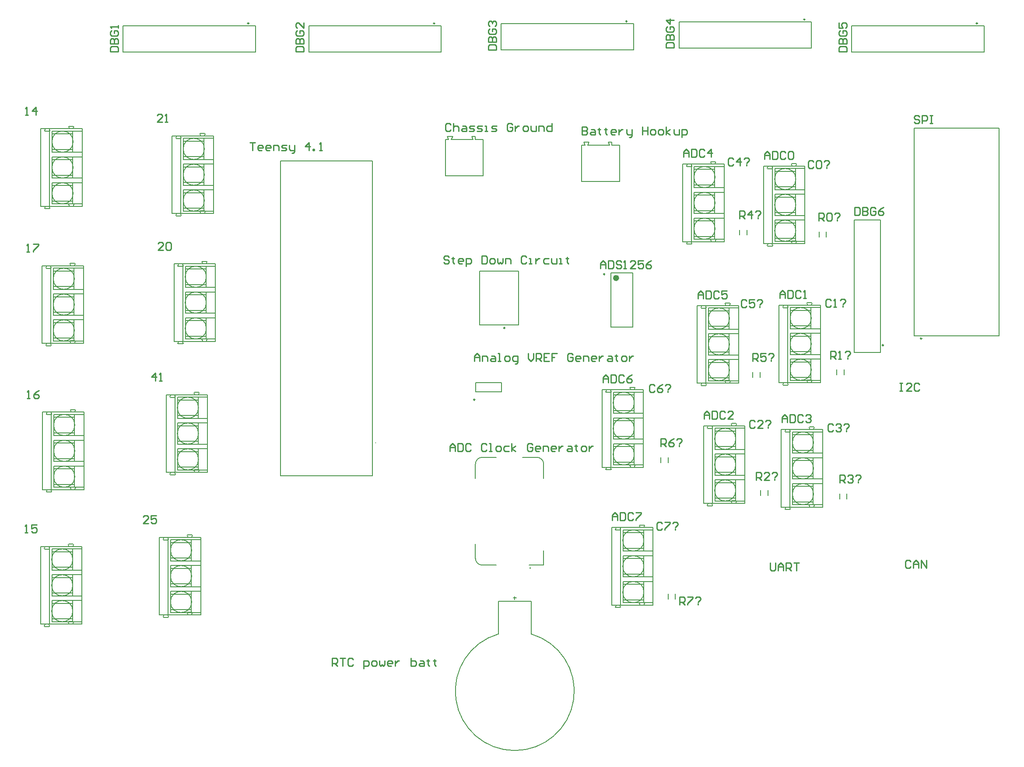
<source format=gto>
G04*
G04 #@! TF.GenerationSoftware,Altium Limited,Altium Designer,25.8.1 (18)*
G04*
G04 Layer_Color=65535*
%FSLAX44Y44*%
%MOMM*%
G71*
G04*
G04 #@! TF.SameCoordinates,B6236AAD-9B2A-438F-8993-29755F72C1A3*
G04*
G04*
G04 #@! TF.FilePolarity,Positive*
G04*
G01*
G75*
%ADD10C,0.1270*%
%ADD11C,0.2000*%
%ADD12C,0.2500*%
%ADD13C,0.6000*%
%ADD14C,0.2540*%
D10*
X1009890Y631350D02*
G03*
X996990Y618450I0J-12900D01*
G01*
X1128990D02*
G03*
X1116090Y631350I-12900J0D01*
G01*
X996990Y435650D02*
G03*
X1009890Y422750I12900J0D01*
G01*
X1009990Y631350D02*
X1037590D01*
X996990Y590550D02*
Y618550D01*
X1088390Y631350D02*
X1115990D01*
X1128990Y590550D02*
Y618550D01*
Y422750D02*
Y450850D01*
X1101090Y422750D02*
X1128990D01*
X1009990D02*
X1037590D01*
X996990Y435550D02*
Y463550D01*
D11*
X1103990Y417050D02*
G03*
X1103990Y417050I-1000J0D01*
G01*
X1041400Y289280D02*
G03*
X1104900Y289280I31750J-110582D01*
G01*
X803860Y659130D02*
G03*
X803860Y660130I0J500D01*
G01*
D02*
G03*
X803860Y659130I0J-500D01*
G01*
D02*
G03*
X803860Y660130I0J500D01*
G01*
X1616890Y1170140D02*
G03*
X1616890Y1170140I-20500J0D01*
G01*
Y1120140D02*
G03*
X1616890Y1120140I-20500J0D01*
G01*
Y1070140D02*
G03*
X1616890Y1070140I-20500J0D01*
G01*
X1608358Y1045140D02*
G03*
X1609224Y1046640I0J1000D01*
G01*
X1608935Y1050140D02*
G03*
X1608069Y1048640I0J-1000D01*
G01*
X1618411D02*
G03*
X1617545Y1050140I-866J500D01*
G01*
X1617256Y1046640D02*
G03*
X1618122Y1045140I866J-500D01*
G01*
X1618411Y1198640D02*
G03*
X1617545Y1200140I-866J500D01*
G01*
X1608935D02*
G03*
X1608069Y1198640I0J-1000D01*
G01*
X1561719Y1191640D02*
G03*
X1562585Y1190140I866J-500D01*
G01*
X1562874Y1193640D02*
G03*
X1562008Y1195140I-866J500D01*
G01*
X1571772D02*
G03*
X1570906Y1193640I0J-1000D01*
G01*
X1571195Y1190140D02*
G03*
X1572061Y1191640I0J1000D01*
G01*
X1571195Y1040140D02*
G03*
X1572061Y1041640I0J1000D01*
G01*
X1561719D02*
G03*
X1562585Y1040140I866J-500D01*
G01*
X1646830Y900900D02*
G03*
X1646830Y900900I-20500J0D01*
G01*
Y850900D02*
G03*
X1646830Y850900I-20500J0D01*
G01*
Y800900D02*
G03*
X1646830Y800900I-20500J0D01*
G01*
X1638298Y775900D02*
G03*
X1639164Y777400I0J1000D01*
G01*
X1638875Y780900D02*
G03*
X1638009Y779400I0J-1000D01*
G01*
X1648351D02*
G03*
X1647485Y780900I-866J500D01*
G01*
X1647196Y777400D02*
G03*
X1648062Y775900I866J-500D01*
G01*
X1648351Y929400D02*
G03*
X1647485Y930900I-866J500D01*
G01*
X1638875D02*
G03*
X1638009Y929400I0J-1000D01*
G01*
X1591659Y922400D02*
G03*
X1592525Y920900I866J-500D01*
G01*
X1592814Y924400D02*
G03*
X1591948Y925900I-866J500D01*
G01*
X1601712D02*
G03*
X1600846Y924400I0J-1000D01*
G01*
X1601135Y920900D02*
G03*
X1602001Y922400I0J1000D01*
G01*
X1601135Y770900D02*
G03*
X1602001Y772400I0J1000D01*
G01*
X1591659D02*
G03*
X1592525Y770900I866J-500D01*
G01*
X1500780Y667220D02*
G03*
X1500780Y667220I-20500J0D01*
G01*
Y617220D02*
G03*
X1500780Y617220I-20500J0D01*
G01*
Y567220D02*
G03*
X1500780Y567220I-20500J0D01*
G01*
X1492248Y542220D02*
G03*
X1493114Y543720I0J1000D01*
G01*
X1492825Y547220D02*
G03*
X1491959Y545720I0J-1000D01*
G01*
X1502301D02*
G03*
X1501435Y547220I-866J500D01*
G01*
X1501146Y543720D02*
G03*
X1502012Y542220I866J-500D01*
G01*
X1502301Y695720D02*
G03*
X1501435Y697220I-866J500D01*
G01*
X1492825D02*
G03*
X1491959Y695720I0J-1000D01*
G01*
X1445609Y688720D02*
G03*
X1446475Y687220I866J-500D01*
G01*
X1446764Y690720D02*
G03*
X1445898Y692220I-866J500D01*
G01*
X1455662D02*
G03*
X1454796Y690720I0J-1000D01*
G01*
X1455085Y687220D02*
G03*
X1455951Y688720I0J1000D01*
G01*
X1455085Y537220D02*
G03*
X1455951Y538720I0J1000D01*
G01*
X1445609D02*
G03*
X1446475Y537220I866J-500D01*
G01*
X1651180Y660070D02*
G03*
X1651180Y660070I-20500J0D01*
G01*
Y610070D02*
G03*
X1651180Y610070I-20500J0D01*
G01*
Y560070D02*
G03*
X1651180Y560070I-20500J0D01*
G01*
X1642648Y535070D02*
G03*
X1643514Y536570I0J1000D01*
G01*
X1643225Y540070D02*
G03*
X1642359Y538570I0J-1000D01*
G01*
X1652701D02*
G03*
X1651835Y540070I-866J500D01*
G01*
X1651546Y536570D02*
G03*
X1652412Y535070I866J-500D01*
G01*
X1652701Y688570D02*
G03*
X1651835Y690070I-866J500D01*
G01*
X1643225D02*
G03*
X1642359Y688570I0J-1000D01*
G01*
X1596009Y681570D02*
G03*
X1596875Y680070I866J-500D01*
G01*
X1597164Y683570D02*
G03*
X1596298Y685070I-866J500D01*
G01*
X1606062D02*
G03*
X1605196Y683570I0J-1000D01*
G01*
X1605485Y680070D02*
G03*
X1606351Y681570I0J1000D01*
G01*
X1605485Y530070D02*
G03*
X1606351Y531570I0J1000D01*
G01*
X1596009D02*
G03*
X1596875Y530070I866J-500D01*
G01*
X1460680Y1173950D02*
G03*
X1460680Y1173950I-20500J0D01*
G01*
Y1123950D02*
G03*
X1460680Y1123950I-20500J0D01*
G01*
Y1073950D02*
G03*
X1460680Y1073950I-20500J0D01*
G01*
X1452148Y1048950D02*
G03*
X1453014Y1050450I0J1000D01*
G01*
X1452725Y1053950D02*
G03*
X1451859Y1052450I0J-1000D01*
G01*
X1462201D02*
G03*
X1461335Y1053950I-866J500D01*
G01*
X1461046Y1050450D02*
G03*
X1461912Y1048950I866J-500D01*
G01*
X1462201Y1202450D02*
G03*
X1461335Y1203950I-866J500D01*
G01*
X1452725D02*
G03*
X1451859Y1202450I0J-1000D01*
G01*
X1405509Y1195450D02*
G03*
X1406375Y1193950I866J-500D01*
G01*
X1406664Y1197450D02*
G03*
X1405798Y1198950I-866J500D01*
G01*
X1415562D02*
G03*
X1414696Y1197450I0J-1000D01*
G01*
X1414985Y1193950D02*
G03*
X1415851Y1195450I0J1000D01*
G01*
X1414985Y1043950D02*
G03*
X1415851Y1045450I0J1000D01*
G01*
X1405509D02*
G03*
X1406375Y1043950I866J-500D01*
G01*
X1488620Y900100D02*
G03*
X1488620Y900100I-20500J0D01*
G01*
Y850100D02*
G03*
X1488620Y850100I-20500J0D01*
G01*
Y800100D02*
G03*
X1488620Y800100I-20500J0D01*
G01*
X1480088Y775100D02*
G03*
X1480954Y776600I0J1000D01*
G01*
X1480665Y780100D02*
G03*
X1479799Y778600I0J-1000D01*
G01*
X1490141D02*
G03*
X1489275Y780100I-866J500D01*
G01*
X1488986Y776600D02*
G03*
X1489852Y775100I866J-500D01*
G01*
X1490141Y928600D02*
G03*
X1489275Y930100I-866J500D01*
G01*
X1480665D02*
G03*
X1479799Y928600I0J-1000D01*
G01*
X1433449Y921600D02*
G03*
X1434315Y920100I866J-500D01*
G01*
X1434604Y923600D02*
G03*
X1433738Y925100I-866J500D01*
G01*
X1443502D02*
G03*
X1442636Y923600I0J-1000D01*
G01*
X1442925Y920100D02*
G03*
X1443791Y921600I0J1000D01*
G01*
X1442925Y770100D02*
G03*
X1443791Y771600I0J1000D01*
G01*
X1433449D02*
G03*
X1434315Y770100I866J-500D01*
G01*
X1304470Y737070D02*
G03*
X1304470Y737070I-20500J0D01*
G01*
Y687070D02*
G03*
X1304470Y687070I-20500J0D01*
G01*
Y637070D02*
G03*
X1304470Y637070I-20500J0D01*
G01*
X1295938Y612070D02*
G03*
X1296804Y613570I0J1000D01*
G01*
X1296515Y617070D02*
G03*
X1295649Y615570I0J-1000D01*
G01*
X1305991D02*
G03*
X1305125Y617070I-866J500D01*
G01*
X1304836Y613570D02*
G03*
X1305702Y612070I866J-500D01*
G01*
X1305991Y765570D02*
G03*
X1305125Y767070I-866J500D01*
G01*
X1296515D02*
G03*
X1295649Y765570I0J-1000D01*
G01*
X1249299Y758570D02*
G03*
X1250165Y757070I866J-500D01*
G01*
X1250454Y760570D02*
G03*
X1249588Y762070I-866J500D01*
G01*
X1259352D02*
G03*
X1258486Y760570I0J-1000D01*
G01*
X1258775Y757070D02*
G03*
X1259641Y758570I0J1000D01*
G01*
X1258775Y607070D02*
G03*
X1259641Y608570I0J1000D01*
G01*
X1249299D02*
G03*
X1250165Y607070I866J-500D01*
G01*
X1322980Y470370D02*
G03*
X1322980Y470370I-20500J0D01*
G01*
Y420370D02*
G03*
X1322980Y420370I-20500J0D01*
G01*
Y370370D02*
G03*
X1322980Y370370I-20500J0D01*
G01*
X1314448Y345370D02*
G03*
X1315314Y346870I0J1000D01*
G01*
X1315025Y350370D02*
G03*
X1314159Y348870I0J-1000D01*
G01*
X1324501D02*
G03*
X1323635Y350370I-866J500D01*
G01*
X1323346Y346870D02*
G03*
X1324212Y345370I866J-500D01*
G01*
X1324501Y498870D02*
G03*
X1323635Y500370I-866J500D01*
G01*
X1315025D02*
G03*
X1314159Y498870I0J-1000D01*
G01*
X1267809Y491870D02*
G03*
X1268675Y490370I866J-500D01*
G01*
X1268964Y493870D02*
G03*
X1268098Y495370I-866J500D01*
G01*
X1277862D02*
G03*
X1276996Y493870I0J-1000D01*
G01*
X1277285Y490370D02*
G03*
X1278151Y491870I0J1000D01*
G01*
X1277285Y340370D02*
G03*
X1278151Y341870I0J1000D01*
G01*
X1267809D02*
G03*
X1268675Y340370I866J-500D01*
G01*
X472620Y1228560D02*
G03*
X472620Y1228560I-20500J0D01*
G01*
Y1178560D02*
G03*
X472620Y1178560I-20500J0D01*
G01*
Y1128560D02*
G03*
X472620Y1128560I-20500J0D01*
G01*
X464088Y1103560D02*
G03*
X464954Y1105060I0J1000D01*
G01*
X464665Y1108560D02*
G03*
X463799Y1107060I0J-1000D01*
G01*
X474141D02*
G03*
X473275Y1108560I-866J500D01*
G01*
X472986Y1105060D02*
G03*
X473852Y1103560I866J-500D01*
G01*
X474141Y1257060D02*
G03*
X473275Y1258560I-866J500D01*
G01*
X464665D02*
G03*
X463799Y1257060I0J-1000D01*
G01*
X417449Y1250060D02*
G03*
X418315Y1248560I866J-500D01*
G01*
X418604Y1252060D02*
G03*
X417738Y1253560I-866J500D01*
G01*
X427502D02*
G03*
X426636Y1252060I0J-1000D01*
G01*
X426925Y1248560D02*
G03*
X427791Y1250060I0J1000D01*
G01*
X426925Y1098560D02*
G03*
X427791Y1100060I0J1000D01*
G01*
X417449D02*
G03*
X418315Y1098560I866J-500D01*
G01*
X476430Y980910D02*
G03*
X476430Y980910I-20500J0D01*
G01*
Y930910D02*
G03*
X476430Y930910I-20500J0D01*
G01*
Y880910D02*
G03*
X476430Y880910I-20500J0D01*
G01*
X467898Y855910D02*
G03*
X468764Y857410I0J1000D01*
G01*
X468475Y860910D02*
G03*
X467609Y859410I0J-1000D01*
G01*
X477951D02*
G03*
X477085Y860910I-866J500D01*
G01*
X476796Y857410D02*
G03*
X477662Y855910I866J-500D01*
G01*
X477951Y1009410D02*
G03*
X477085Y1010910I-866J500D01*
G01*
X468475D02*
G03*
X467609Y1009410I0J-1000D01*
G01*
X421259Y1002410D02*
G03*
X422125Y1000910I866J-500D01*
G01*
X422414Y1004410D02*
G03*
X421548Y1005910I-866J500D01*
G01*
X431312D02*
G03*
X430446Y1004410I0J-1000D01*
G01*
X430735Y1000910D02*
G03*
X431601Y1002410I0J1000D01*
G01*
X430735Y850910D02*
G03*
X431601Y852410I0J1000D01*
G01*
X421259D02*
G03*
X422125Y850910I866J-500D01*
G01*
X461190Y727380D02*
G03*
X461190Y727380I-20500J0D01*
G01*
Y677380D02*
G03*
X461190Y677380I-20500J0D01*
G01*
Y627380D02*
G03*
X461190Y627380I-20500J0D01*
G01*
X452658Y602380D02*
G03*
X453524Y603880I0J1000D01*
G01*
X453235Y607380D02*
G03*
X452369Y605880I0J-1000D01*
G01*
X462711D02*
G03*
X461845Y607380I-866J500D01*
G01*
X461556Y603880D02*
G03*
X462422Y602380I866J-500D01*
G01*
X462711Y755880D02*
G03*
X461845Y757380I-866J500D01*
G01*
X453235D02*
G03*
X452369Y755880I0J-1000D01*
G01*
X406019Y748880D02*
G03*
X406885Y747380I866J-500D01*
G01*
X407174Y750880D02*
G03*
X406308Y752380I-866J500D01*
G01*
X416072D02*
G03*
X415206Y750880I0J-1000D01*
G01*
X415495Y747380D02*
G03*
X416361Y748880I0J1000D01*
G01*
X415495Y597380D02*
G03*
X416361Y598880I0J1000D01*
G01*
X406019D02*
G03*
X406885Y597380I866J-500D01*
G01*
X447950Y451320D02*
G03*
X447950Y451320I-20500J0D01*
G01*
Y401320D02*
G03*
X447950Y401320I-20500J0D01*
G01*
Y351320D02*
G03*
X447950Y351320I-20500J0D01*
G01*
X439418Y326320D02*
G03*
X440284Y327820I0J1000D01*
G01*
X439995Y331320D02*
G03*
X439129Y329820I0J-1000D01*
G01*
X449471D02*
G03*
X448605Y331320I-866J500D01*
G01*
X448316Y327820D02*
G03*
X449182Y326320I866J-500D01*
G01*
X449471Y479820D02*
G03*
X448605Y481320I-866J500D01*
G01*
X439995D02*
G03*
X439129Y479820I0J-1000D01*
G01*
X392779Y472820D02*
G03*
X393645Y471320I866J-500D01*
G01*
X393934Y474820D02*
G03*
X393068Y476320I-866J500D01*
G01*
X402832D02*
G03*
X401966Y474820I0J-1000D01*
G01*
X402255Y471320D02*
G03*
X403121Y472820I0J1000D01*
G01*
X402255Y321320D02*
G03*
X403121Y322820I0J1000D01*
G01*
X392779D02*
G03*
X393645Y321320I866J-500D01*
G01*
X221160Y977100D02*
G03*
X221160Y977100I-20500J0D01*
G01*
Y927100D02*
G03*
X221160Y927100I-20500J0D01*
G01*
Y877100D02*
G03*
X221160Y877100I-20500J0D01*
G01*
X212628Y852100D02*
G03*
X213494Y853600I0J1000D01*
G01*
X213205Y857100D02*
G03*
X212339Y855600I0J-1000D01*
G01*
X222681D02*
G03*
X221815Y857100I-866J500D01*
G01*
X221526Y853600D02*
G03*
X222392Y852100I866J-500D01*
G01*
X222681Y1005600D02*
G03*
X221815Y1007100I-866J500D01*
G01*
X213205D02*
G03*
X212339Y1005600I0J-1000D01*
G01*
X165989Y998600D02*
G03*
X166855Y997100I866J-500D01*
G01*
X167144Y1000600D02*
G03*
X166278Y1002100I-866J500D01*
G01*
X176042D02*
G03*
X175176Y1000600I0J-1000D01*
G01*
X175465Y997100D02*
G03*
X176331Y998600I0J1000D01*
G01*
X175465Y847100D02*
G03*
X176331Y848600I0J1000D01*
G01*
X165989D02*
G03*
X166855Y847100I866J-500D01*
G01*
X221890Y693890D02*
G03*
X221890Y693890I-20500J0D01*
G01*
Y643890D02*
G03*
X221890Y643890I-20500J0D01*
G01*
Y593890D02*
G03*
X221890Y593890I-20500J0D01*
G01*
X213358Y568890D02*
G03*
X214224Y570390I0J1000D01*
G01*
X213935Y573890D02*
G03*
X213069Y572390I0J-1000D01*
G01*
X223411D02*
G03*
X222545Y573890I-866J500D01*
G01*
X222256Y570390D02*
G03*
X223122Y568890I866J-500D01*
G01*
X223411Y722390D02*
G03*
X222545Y723890I-866J500D01*
G01*
X213935D02*
G03*
X213069Y722390I0J-1000D01*
G01*
X166719Y715390D02*
G03*
X167585Y713890I866J-500D01*
G01*
X167874Y717390D02*
G03*
X167008Y718890I-866J500D01*
G01*
X176772D02*
G03*
X175906Y717390I0J-1000D01*
G01*
X176195Y713890D02*
G03*
X177061Y715390I0J1000D01*
G01*
X176195Y563890D02*
G03*
X177061Y565390I0J1000D01*
G01*
X166719D02*
G03*
X167585Y563890I866J-500D01*
G01*
X218080Y433540D02*
G03*
X218080Y433540I-20500J0D01*
G01*
Y383540D02*
G03*
X218080Y383540I-20500J0D01*
G01*
Y333540D02*
G03*
X218080Y333540I-20500J0D01*
G01*
X209548Y308540D02*
G03*
X210414Y310040I0J1000D01*
G01*
X210125Y313540D02*
G03*
X209259Y312040I0J-1000D01*
G01*
X219601D02*
G03*
X218735Y313540I-866J500D01*
G01*
X218446Y310040D02*
G03*
X219312Y308540I866J-500D01*
G01*
X219601Y462040D02*
G03*
X218735Y463540I-866J500D01*
G01*
X210125D02*
G03*
X209259Y462040I0J-1000D01*
G01*
X162909Y455040D02*
G03*
X163775Y453540I866J-500D01*
G01*
X164064Y457040D02*
G03*
X163198Y458540I-866J500D01*
G01*
X172962D02*
G03*
X172096Y457040I0J-1000D01*
G01*
X172385Y453540D02*
G03*
X173251Y455040I0J1000D01*
G01*
X172385Y303540D02*
G03*
X173251Y305040I0J1000D01*
G01*
X162909D02*
G03*
X163775Y303540I866J-500D01*
G01*
X218620Y1242530D02*
G03*
X218620Y1242530I-20500J0D01*
G01*
Y1192530D02*
G03*
X218620Y1192530I-20500J0D01*
G01*
Y1142530D02*
G03*
X218620Y1142530I-20500J0D01*
G01*
X210088Y1117530D02*
G03*
X210954Y1119030I0J1000D01*
G01*
X210665Y1122530D02*
G03*
X209799Y1121030I0J-1000D01*
G01*
X220141D02*
G03*
X219275Y1122530I-866J500D01*
G01*
X218986Y1119030D02*
G03*
X219852Y1117530I866J-500D01*
G01*
X220141Y1271030D02*
G03*
X219275Y1272530I-866J500D01*
G01*
X210665D02*
G03*
X209799Y1271030I0J-1000D01*
G01*
X163449Y1264030D02*
G03*
X164315Y1262530I866J-500D01*
G01*
X164604Y1266030D02*
G03*
X163738Y1267530I-866J500D01*
G01*
X173502D02*
G03*
X172636Y1266030I0J-1000D01*
G01*
X172925Y1262530D02*
G03*
X173791Y1264030I0J1000D01*
G01*
X172925Y1112530D02*
G03*
X173791Y1114030I0J1000D01*
G01*
X163449D02*
G03*
X164315Y1112530I866J-500D01*
G01*
X1724787Y1416050D02*
X1981073D01*
X1724787D02*
Y1466850D01*
X1981073D01*
Y1416050D02*
Y1466850D01*
X1548750Y557610D02*
Y567610D01*
X1562750Y557610D02*
Y567610D01*
X1696070Y791290D02*
Y801290D01*
X1710070Y791290D02*
Y801290D01*
X1369680Y356950D02*
Y366950D01*
X1383680Y356950D02*
Y366950D01*
X1661780Y1057990D02*
Y1067990D01*
X1675780Y1057990D02*
Y1067990D01*
X1701807Y550596D02*
Y560596D01*
X1715807Y550596D02*
Y560596D01*
X1508110Y1061800D02*
Y1071800D01*
X1522110Y1061800D02*
Y1071800D01*
X1533510Y786210D02*
Y796210D01*
X1547510Y786210D02*
Y796210D01*
X1355710Y621110D02*
Y631110D01*
X1369710Y621110D02*
Y631110D01*
X1259160Y883490D02*
X1301160D01*
X1259160Y988490D02*
X1301160D01*
Y883490D02*
Y988490D01*
X1259160Y883490D02*
Y988490D01*
X1104900Y289280D02*
Y352980D01*
X1041400Y289280D02*
Y352980D01*
X1104900D01*
X1073150Y356030D02*
Y362030D01*
X1070150Y359030D02*
X1076150D01*
X619760Y595630D02*
X797560D01*
X619760D02*
Y1205230D01*
X797560D01*
Y595630D02*
Y1205230D01*
X930783Y1416050D02*
Y1466850D01*
X674497D02*
X930783D01*
X674497Y1416050D02*
Y1466850D01*
Y1416050D02*
X930783D01*
X571373D02*
Y1466850D01*
X315087D02*
X571373D01*
X315087Y1416050D02*
Y1466850D01*
Y1416050D02*
X571373D01*
X1302893Y1419860D02*
Y1470660D01*
X1046607D02*
X1302893D01*
X1046607Y1419860D02*
Y1470660D01*
Y1419860D02*
X1302893D01*
X1729740Y834517D02*
X1780540D01*
Y1090803D01*
X1729740D02*
X1780540D01*
X1729740Y834517D02*
Y1090803D01*
X1647063Y1423670D02*
Y1474470D01*
X1390777D02*
X1647063D01*
X1390777Y1423670D02*
Y1474470D01*
Y1423670D02*
X1647063D01*
X1845530Y866460D02*
X2010030D01*
Y1268460D01*
X1845530D02*
X2010030D01*
X1845530Y866460D02*
Y1268460D01*
X1275790Y1165430D02*
Y1235430D01*
X1202790Y1165430D02*
Y1235430D01*
Y1165430D02*
X1275790D01*
X1260790Y1235430D02*
X1275790D01*
X1260790D02*
Y1241430D01*
X1253990D02*
X1260790D01*
X1253967Y1241421D02*
X1256290Y1235430D01*
X1202790D02*
X1209290D01*
X1206690Y1241430D02*
X1216990D01*
X1206672Y1241422D02*
X1209290Y1235430D01*
X1214390D02*
X1217008Y1241422D01*
X1214390Y1235430D02*
X1256290D01*
X1011860Y1176580D02*
Y1246580D01*
X938860Y1176580D02*
Y1246580D01*
Y1176580D02*
X1011860D01*
X996860Y1246580D02*
X1011860D01*
X996860D02*
Y1252580D01*
X990060D02*
X996860D01*
X990036Y1252571D02*
X992360Y1246580D01*
X938860D02*
X945360D01*
X942760Y1252580D02*
X953060D01*
X942742Y1252572D02*
X945360Y1246580D01*
X950460D02*
X953078Y1252572D01*
X950460Y1246580D02*
X992360D01*
X1576390Y1055140D02*
X1616390D01*
X1576390Y1085140D02*
X1616390D01*
X1576390Y1105140D02*
X1616390D01*
X1576390Y1135140D02*
X1616390D01*
X1576390Y1155140D02*
X1616390D01*
X1576390Y1185140D02*
X1616390D01*
X1554390Y1045140D02*
X1634390D01*
X1576390Y1049640D02*
X1634390D01*
X1576390Y1099640D02*
X1634390D01*
X1576390Y1149640D02*
X1634390D01*
X1576390Y1090640D02*
X1634390D01*
X1616390Y1049640D02*
Y1090640D01*
X1576390Y1049640D02*
Y1090640D01*
Y1140640D02*
X1634390D01*
X1616390Y1099640D02*
Y1140640D01*
X1576390Y1099640D02*
Y1140640D01*
Y1190640D02*
X1634390D01*
X1616390Y1149640D02*
Y1190640D01*
X1576390Y1149640D02*
Y1190640D01*
X1571390Y1045140D02*
Y1195140D01*
X1608069Y1048640D02*
X1609224Y1046640D01*
X1608936Y1050140D02*
X1617545D01*
X1617256Y1046640D02*
X1618411Y1048640D01*
X1608936Y1200140D02*
X1617545D01*
X1608069Y1198640D02*
X1610090Y1195140D01*
X1616390D02*
X1618411Y1198640D01*
X1562585Y1190140D02*
X1571195D01*
X1561720Y1191640D02*
X1562874Y1193640D01*
X1570906D02*
X1572061Y1191640D01*
X1554390Y1195140D02*
X1634390D01*
Y1045140D02*
Y1195140D01*
X1570040Y1045140D02*
X1634390D01*
X1570040D02*
X1572061Y1041640D01*
X1562585Y1040140D02*
X1571195D01*
X1561720Y1041640D02*
X1563740Y1045140D01*
X1554390D02*
X1563740D01*
X1554390D02*
Y1195140D01*
X1606330Y785900D02*
X1646330D01*
X1606330Y815900D02*
X1646330D01*
X1606330Y835900D02*
X1646330D01*
X1606330Y865900D02*
X1646330D01*
X1606330Y885900D02*
X1646330D01*
X1606330Y915900D02*
X1646330D01*
X1584330Y775900D02*
X1664330D01*
X1606330Y780400D02*
X1664330D01*
X1606330Y830400D02*
X1664330D01*
X1606330Y880400D02*
X1664330D01*
X1606330Y821400D02*
X1664330D01*
X1646330Y780400D02*
Y821400D01*
X1606330Y780400D02*
Y821400D01*
Y871400D02*
X1664330D01*
X1646330Y830400D02*
Y871400D01*
X1606330Y830400D02*
Y871400D01*
Y921400D02*
X1664330D01*
X1646330Y880400D02*
Y921400D01*
X1606330Y880400D02*
Y921400D01*
X1601330Y775900D02*
Y925900D01*
X1638009Y779400D02*
X1639164Y777400D01*
X1638876Y780900D02*
X1647485D01*
X1647196Y777400D02*
X1648351Y779400D01*
X1638876Y930900D02*
X1647485D01*
X1638009Y929400D02*
X1640030Y925900D01*
X1646330D02*
X1648351Y929400D01*
X1592525Y920900D02*
X1601135D01*
X1591660Y922400D02*
X1592814Y924400D01*
X1600846D02*
X1602001Y922400D01*
X1584330Y925900D02*
X1664330D01*
Y775900D02*
Y925900D01*
X1599980Y775900D02*
X1664330D01*
X1599980D02*
X1602001Y772400D01*
X1592525Y770900D02*
X1601135D01*
X1591660Y772400D02*
X1593680Y775900D01*
X1584330D02*
X1593680D01*
X1584330D02*
Y925900D01*
X1460280Y552220D02*
X1500280D01*
X1460280Y582220D02*
X1500280D01*
X1460280Y602220D02*
X1500280D01*
X1460280Y632220D02*
X1500280D01*
X1460280Y652220D02*
X1500280D01*
X1460280Y682220D02*
X1500280D01*
X1438280Y542220D02*
X1518280D01*
X1460280Y546720D02*
X1518280D01*
X1460280Y596720D02*
X1518280D01*
X1460280Y646720D02*
X1518280D01*
X1460280Y587720D02*
X1518280D01*
X1500280Y546720D02*
Y587720D01*
X1460280Y546720D02*
Y587720D01*
Y637720D02*
X1518280D01*
X1500280Y596720D02*
Y637720D01*
X1460280Y596720D02*
Y637720D01*
Y687720D02*
X1518280D01*
X1500280Y646720D02*
Y687720D01*
X1460280Y646720D02*
Y687720D01*
X1455280Y542220D02*
Y692220D01*
X1491959Y545720D02*
X1493114Y543720D01*
X1492826Y547220D02*
X1501435D01*
X1501146Y543720D02*
X1502301Y545720D01*
X1492826Y697220D02*
X1501435D01*
X1491959Y695720D02*
X1493980Y692220D01*
X1500280D02*
X1502301Y695720D01*
X1446475Y687220D02*
X1455085D01*
X1445609Y688720D02*
X1446764Y690720D01*
X1454796D02*
X1455951Y688720D01*
X1438280Y692220D02*
X1518280D01*
Y542220D02*
Y692220D01*
X1453930Y542220D02*
X1518280D01*
X1453930D02*
X1455951Y538720D01*
X1446475Y537220D02*
X1455085D01*
X1445609Y538720D02*
X1447630Y542220D01*
X1438280D02*
X1447630D01*
X1438280D02*
Y692220D01*
X1610680Y545070D02*
X1650680D01*
X1610680Y575070D02*
X1650680D01*
X1610680Y595070D02*
X1650680D01*
X1610680Y625070D02*
X1650680D01*
X1610680Y645070D02*
X1650680D01*
X1610680Y675070D02*
X1650680D01*
X1588680Y535070D02*
X1668680D01*
X1610680Y539570D02*
X1668680D01*
X1610680Y589570D02*
X1668680D01*
X1610680Y639570D02*
X1668680D01*
X1610680Y580570D02*
X1668680D01*
X1650680Y539570D02*
Y580570D01*
X1610680Y539570D02*
Y580570D01*
Y630570D02*
X1668680D01*
X1650680Y589570D02*
Y630570D01*
X1610680Y589570D02*
Y630570D01*
Y680570D02*
X1668680D01*
X1650680Y639570D02*
Y680570D01*
X1610680Y639570D02*
Y680570D01*
X1605680Y535070D02*
Y685070D01*
X1642359Y538570D02*
X1643514Y536570D01*
X1643226Y540070D02*
X1651835D01*
X1651546Y536570D02*
X1652701Y538570D01*
X1643226Y690070D02*
X1651835D01*
X1642359Y688570D02*
X1644380Y685070D01*
X1650680D02*
X1652701Y688570D01*
X1596875Y680070D02*
X1605485D01*
X1596010Y681570D02*
X1597164Y683570D01*
X1605196D02*
X1606351Y681570D01*
X1588680Y685070D02*
X1668680D01*
Y535070D02*
Y685070D01*
X1604330Y535070D02*
X1668680D01*
X1604330D02*
X1606351Y531570D01*
X1596875Y530070D02*
X1605485D01*
X1596010Y531570D02*
X1598030Y535070D01*
X1588680D02*
X1598030D01*
X1588680D02*
Y685070D01*
X1420180Y1058950D02*
X1460180D01*
X1420180Y1088950D02*
X1460180D01*
X1420180Y1108950D02*
X1460180D01*
X1420180Y1138950D02*
X1460180D01*
X1420180Y1158950D02*
X1460180D01*
X1420180Y1188950D02*
X1460180D01*
X1398180Y1048950D02*
X1478180D01*
X1420180Y1053450D02*
X1478180D01*
X1420180Y1103450D02*
X1478180D01*
X1420180Y1153450D02*
X1478180D01*
X1420180Y1094450D02*
X1478180D01*
X1460180Y1053450D02*
Y1094450D01*
X1420180Y1053450D02*
Y1094450D01*
Y1144450D02*
X1478180D01*
X1460180Y1103450D02*
Y1144450D01*
X1420180Y1103450D02*
Y1144450D01*
Y1194450D02*
X1478180D01*
X1460180Y1153450D02*
Y1194450D01*
X1420180Y1153450D02*
Y1194450D01*
X1415180Y1048950D02*
Y1198950D01*
X1451859Y1052450D02*
X1453014Y1050450D01*
X1452726Y1053950D02*
X1461335D01*
X1461046Y1050450D02*
X1462201Y1052450D01*
X1452726Y1203950D02*
X1461335D01*
X1451859Y1202450D02*
X1453880Y1198950D01*
X1460180D02*
X1462201Y1202450D01*
X1406375Y1193950D02*
X1414985D01*
X1405509Y1195450D02*
X1406664Y1197450D01*
X1414696D02*
X1415851Y1195450D01*
X1398180Y1198950D02*
X1478180D01*
Y1048950D02*
Y1198950D01*
X1413830Y1048950D02*
X1478180D01*
X1413830D02*
X1415851Y1045450D01*
X1406375Y1043950D02*
X1414985D01*
X1405509Y1045450D02*
X1407530Y1048950D01*
X1398180D02*
X1407530D01*
X1398180D02*
Y1198950D01*
X1448120Y785100D02*
X1488120D01*
X1448120Y815100D02*
X1488120D01*
X1448120Y835100D02*
X1488120D01*
X1448120Y865100D02*
X1488120D01*
X1448120Y885100D02*
X1488120D01*
X1448120Y915100D02*
X1488120D01*
X1426120Y775100D02*
X1506120D01*
X1448120Y779600D02*
X1506120D01*
X1448120Y829600D02*
X1506120D01*
X1448120Y879600D02*
X1506120D01*
X1448120Y820600D02*
X1506120D01*
X1488120Y779600D02*
Y820600D01*
X1448120Y779600D02*
Y820600D01*
Y870600D02*
X1506120D01*
X1488120Y829600D02*
Y870600D01*
X1448120Y829600D02*
Y870600D01*
Y920600D02*
X1506120D01*
X1488120Y879600D02*
Y920600D01*
X1448120Y879600D02*
Y920600D01*
X1443120Y775100D02*
Y925100D01*
X1479799Y778600D02*
X1480954Y776600D01*
X1480666Y780100D02*
X1489275D01*
X1488986Y776600D02*
X1490141Y778600D01*
X1480666Y930100D02*
X1489275D01*
X1479799Y928600D02*
X1481820Y925100D01*
X1488120D02*
X1490141Y928600D01*
X1434315Y920100D02*
X1442925D01*
X1433450Y921600D02*
X1434604Y923600D01*
X1442636D02*
X1443791Y921600D01*
X1426120Y925100D02*
X1506120D01*
Y775100D02*
Y925100D01*
X1441770Y775100D02*
X1506120D01*
X1441770D02*
X1443791Y771600D01*
X1434315Y770100D02*
X1442925D01*
X1433450Y771600D02*
X1435470Y775100D01*
X1426120D02*
X1435470D01*
X1426120D02*
Y925100D01*
X1263970Y622070D02*
X1303970D01*
X1263970Y652070D02*
X1303970D01*
X1263970Y672070D02*
X1303970D01*
X1263970Y702070D02*
X1303970D01*
X1263970Y722070D02*
X1303970D01*
X1263970Y752070D02*
X1303970D01*
X1241970Y612070D02*
X1321970D01*
X1263970Y616570D02*
X1321970D01*
X1263970Y666570D02*
X1321970D01*
X1263970Y716570D02*
X1321970D01*
X1263970Y657570D02*
X1321970D01*
X1303970Y616570D02*
Y657570D01*
X1263970Y616570D02*
Y657570D01*
Y707570D02*
X1321970D01*
X1303970Y666570D02*
Y707570D01*
X1263970Y666570D02*
Y707570D01*
Y757570D02*
X1321970D01*
X1303970Y716570D02*
Y757570D01*
X1263970Y716570D02*
Y757570D01*
X1258970Y612070D02*
Y762070D01*
X1295649Y615570D02*
X1296804Y613570D01*
X1296516Y617070D02*
X1305125D01*
X1304836Y613570D02*
X1305991Y615570D01*
X1296516Y767070D02*
X1305125D01*
X1295649Y765570D02*
X1297670Y762070D01*
X1303970D02*
X1305991Y765570D01*
X1250165Y757070D02*
X1258775D01*
X1249299Y758570D02*
X1250454Y760570D01*
X1258486D02*
X1259641Y758570D01*
X1241970Y762070D02*
X1321970D01*
Y612070D02*
Y762070D01*
X1257620Y612070D02*
X1321970D01*
X1257620D02*
X1259641Y608570D01*
X1250165Y607070D02*
X1258775D01*
X1249299Y608570D02*
X1251320Y612070D01*
X1241970D02*
X1251320D01*
X1241970D02*
Y762070D01*
X1282480Y355370D02*
X1322480D01*
X1282480Y385370D02*
X1322480D01*
X1282480Y405370D02*
X1322480D01*
X1282480Y435370D02*
X1322480D01*
X1282480Y455370D02*
X1322480D01*
X1282480Y485370D02*
X1322480D01*
X1260480Y345370D02*
X1340480D01*
X1282480Y349870D02*
X1340480D01*
X1282480Y399870D02*
X1340480D01*
X1282480Y449870D02*
X1340480D01*
X1282480Y390870D02*
X1340480D01*
X1322480Y349870D02*
Y390870D01*
X1282480Y349870D02*
Y390870D01*
Y440870D02*
X1340480D01*
X1322480Y399870D02*
Y440870D01*
X1282480Y399870D02*
Y440870D01*
Y490870D02*
X1340480D01*
X1322480Y449870D02*
Y490870D01*
X1282480Y449870D02*
Y490870D01*
X1277480Y345370D02*
Y495370D01*
X1314159Y348870D02*
X1315314Y346870D01*
X1315026Y350370D02*
X1323635D01*
X1323346Y346870D02*
X1324501Y348870D01*
X1315026Y500370D02*
X1323635D01*
X1314159Y498870D02*
X1316180Y495370D01*
X1322480D02*
X1324501Y498870D01*
X1268675Y490370D02*
X1277285D01*
X1267810Y491870D02*
X1268964Y493870D01*
X1276996D02*
X1278151Y491870D01*
X1260480Y495370D02*
X1340480D01*
Y345370D02*
Y495370D01*
X1276130Y345370D02*
X1340480D01*
X1276130D02*
X1278151Y341870D01*
X1268675Y340370D02*
X1277285D01*
X1267810Y341870D02*
X1269830Y345370D01*
X1260480D02*
X1269830D01*
X1260480D02*
Y495370D01*
X1080830Y887800D02*
Y991800D01*
X1004830Y887800D02*
Y991800D01*
Y887800D02*
X1080830D01*
X1004830Y991800D02*
X1080830D01*
X997350Y758080D02*
X1047350D01*
X997350Y776080D02*
X1047350D01*
X997350Y758080D02*
Y776080D01*
X1047350Y758080D02*
Y776080D01*
X432120Y1113560D02*
X472120D01*
X432120Y1143560D02*
X472120D01*
X432120Y1163560D02*
X472120D01*
X432120Y1193560D02*
X472120D01*
X432120Y1213560D02*
X472120D01*
X432120Y1243560D02*
X472120D01*
X410120Y1103560D02*
X490120D01*
X432120Y1108060D02*
X490120D01*
X432120Y1158060D02*
X490120D01*
X432120Y1208060D02*
X490120D01*
X432120Y1149060D02*
X490120D01*
X472120Y1108060D02*
Y1149060D01*
X432120Y1108060D02*
Y1149060D01*
Y1199060D02*
X490120D01*
X472120Y1158060D02*
Y1199060D01*
X432120Y1158060D02*
Y1199060D01*
Y1249060D02*
X490120D01*
X472120Y1208060D02*
Y1249060D01*
X432120Y1208060D02*
Y1249060D01*
X427120Y1103560D02*
Y1253560D01*
X463799Y1107060D02*
X464954Y1105060D01*
X464666Y1108560D02*
X473275D01*
X472986Y1105060D02*
X474141Y1107060D01*
X464666Y1258560D02*
X473275D01*
X463799Y1257060D02*
X465820Y1253560D01*
X472120D02*
X474141Y1257060D01*
X418315Y1248560D02*
X426925D01*
X417449Y1250060D02*
X418604Y1252060D01*
X426636D02*
X427791Y1250060D01*
X410120Y1253560D02*
X490120D01*
Y1103560D02*
Y1253560D01*
X425770Y1103560D02*
X490120D01*
X425770D02*
X427791Y1100060D01*
X418315Y1098560D02*
X426925D01*
X417449Y1100060D02*
X419470Y1103560D01*
X410120D02*
X419470D01*
X410120D02*
Y1253560D01*
X435930Y865910D02*
X475930D01*
X435930Y895910D02*
X475930D01*
X435930Y915910D02*
X475930D01*
X435930Y945910D02*
X475930D01*
X435930Y965910D02*
X475930D01*
X435930Y995910D02*
X475930D01*
X413930Y855910D02*
X493930D01*
X435930Y860410D02*
X493930D01*
X435930Y910410D02*
X493930D01*
X435930Y960410D02*
X493930D01*
X435930Y901410D02*
X493930D01*
X475930Y860410D02*
Y901410D01*
X435930Y860410D02*
Y901410D01*
Y951410D02*
X493930D01*
X475930Y910410D02*
Y951410D01*
X435930Y910410D02*
Y951410D01*
Y1001410D02*
X493930D01*
X475930Y960410D02*
Y1001410D01*
X435930Y960410D02*
Y1001410D01*
X430930Y855910D02*
Y1005910D01*
X467609Y859410D02*
X468764Y857410D01*
X468476Y860910D02*
X477085D01*
X476796Y857410D02*
X477951Y859410D01*
X468476Y1010910D02*
X477085D01*
X467609Y1009410D02*
X469630Y1005910D01*
X475930D02*
X477951Y1009410D01*
X422125Y1000910D02*
X430735D01*
X421259Y1002410D02*
X422414Y1004410D01*
X430446D02*
X431601Y1002410D01*
X413930Y1005910D02*
X493930D01*
Y855910D02*
Y1005910D01*
X429580Y855910D02*
X493930D01*
X429580D02*
X431601Y852410D01*
X422125Y850910D02*
X430735D01*
X421259Y852410D02*
X423280Y855910D01*
X413930D02*
X423280D01*
X413930D02*
Y1005910D01*
X420690Y612380D02*
X460690D01*
X420690Y642380D02*
X460690D01*
X420690Y662380D02*
X460690D01*
X420690Y692380D02*
X460690D01*
X420690Y712380D02*
X460690D01*
X420690Y742380D02*
X460690D01*
X398690Y602380D02*
X478690D01*
X420690Y606880D02*
X478690D01*
X420690Y656880D02*
X478690D01*
X420690Y706880D02*
X478690D01*
X420690Y647880D02*
X478690D01*
X460690Y606880D02*
Y647880D01*
X420690Y606880D02*
Y647880D01*
Y697880D02*
X478690D01*
X460690Y656880D02*
Y697880D01*
X420690Y656880D02*
Y697880D01*
Y747880D02*
X478690D01*
X460690Y706880D02*
Y747880D01*
X420690Y706880D02*
Y747880D01*
X415690Y602380D02*
Y752380D01*
X452369Y605880D02*
X453524Y603880D01*
X453236Y607380D02*
X461845D01*
X461556Y603880D02*
X462711Y605880D01*
X453236Y757380D02*
X461845D01*
X452369Y755880D02*
X454390Y752380D01*
X460690D02*
X462711Y755880D01*
X406885Y747380D02*
X415495D01*
X406020Y748880D02*
X407174Y750880D01*
X415206D02*
X416361Y748880D01*
X398690Y752380D02*
X478690D01*
Y602380D02*
Y752380D01*
X414340Y602380D02*
X478690D01*
X414340D02*
X416361Y598880D01*
X406885Y597380D02*
X415495D01*
X406020Y598880D02*
X408040Y602380D01*
X398690D02*
X408040D01*
X398690D02*
Y752380D01*
X407450Y336320D02*
X447450D01*
X407450Y366320D02*
X447450D01*
X407450Y386320D02*
X447450D01*
X407450Y416320D02*
X447450D01*
X407450Y436320D02*
X447450D01*
X407450Y466320D02*
X447450D01*
X385450Y326320D02*
X465450D01*
X407450Y330820D02*
X465450D01*
X407450Y380820D02*
X465450D01*
X407450Y430820D02*
X465450D01*
X407450Y371820D02*
X465450D01*
X447450Y330820D02*
Y371820D01*
X407450Y330820D02*
Y371820D01*
Y421820D02*
X465450D01*
X447450Y380820D02*
Y421820D01*
X407450Y380820D02*
Y421820D01*
Y471820D02*
X465450D01*
X447450Y430820D02*
Y471820D01*
X407450Y430820D02*
Y471820D01*
X402450Y326320D02*
Y476320D01*
X439129Y329820D02*
X440284Y327820D01*
X439996Y331320D02*
X448605D01*
X448316Y327820D02*
X449471Y329820D01*
X439996Y481320D02*
X448605D01*
X439129Y479820D02*
X441150Y476320D01*
X447450D02*
X449471Y479820D01*
X393645Y471320D02*
X402255D01*
X392780Y472820D02*
X393934Y474820D01*
X401966D02*
X403121Y472820D01*
X385450Y476320D02*
X465450D01*
Y326320D02*
Y476320D01*
X401100Y326320D02*
X465450D01*
X401100D02*
X403121Y322820D01*
X393645Y321320D02*
X402255D01*
X392780Y322820D02*
X394800Y326320D01*
X385450D02*
X394800D01*
X385450D02*
Y476320D01*
X180660Y862100D02*
X220660D01*
X180660Y892100D02*
X220660D01*
X180660Y912100D02*
X220660D01*
X180660Y942100D02*
X220660D01*
X180660Y962100D02*
X220660D01*
X180660Y992100D02*
X220660D01*
X158660Y852100D02*
X238660D01*
X180660Y856600D02*
X238660D01*
X180660Y906600D02*
X238660D01*
X180660Y956600D02*
X238660D01*
X180660Y897600D02*
X238660D01*
X220660Y856600D02*
Y897600D01*
X180660Y856600D02*
Y897600D01*
Y947600D02*
X238660D01*
X220660Y906600D02*
Y947600D01*
X180660Y906600D02*
Y947600D01*
Y997600D02*
X238660D01*
X220660Y956600D02*
Y997600D01*
X180660Y956600D02*
Y997600D01*
X175660Y852100D02*
Y1002100D01*
X212339Y855600D02*
X213494Y853600D01*
X213206Y857100D02*
X221815D01*
X221526Y853600D02*
X222681Y855600D01*
X213206Y1007100D02*
X221815D01*
X212339Y1005600D02*
X214360Y1002100D01*
X220660D02*
X222681Y1005600D01*
X166855Y997100D02*
X175465D01*
X165989Y998600D02*
X167144Y1000600D01*
X175176D02*
X176331Y998600D01*
X158660Y1002100D02*
X238660D01*
Y852100D02*
Y1002100D01*
X174310Y852100D02*
X238660D01*
X174310D02*
X176331Y848600D01*
X166855Y847100D02*
X175465D01*
X165989Y848600D02*
X168010Y852100D01*
X158660D02*
X168010D01*
X158660D02*
Y1002100D01*
X181390Y578890D02*
X221390D01*
X181390Y608890D02*
X221390D01*
X181390Y628890D02*
X221390D01*
X181390Y658890D02*
X221390D01*
X181390Y678890D02*
X221390D01*
X181390Y708890D02*
X221390D01*
X159390Y568890D02*
X239390D01*
X181390Y573390D02*
X239390D01*
X181390Y623390D02*
X239390D01*
X181390Y673390D02*
X239390D01*
X181390Y614390D02*
X239390D01*
X221390Y573390D02*
Y614390D01*
X181390Y573390D02*
Y614390D01*
Y664390D02*
X239390D01*
X221390Y623390D02*
Y664390D01*
X181390Y623390D02*
Y664390D01*
Y714390D02*
X239390D01*
X221390Y673390D02*
Y714390D01*
X181390Y673390D02*
Y714390D01*
X176390Y568890D02*
Y718890D01*
X213069Y572390D02*
X214224Y570390D01*
X213936Y573890D02*
X222545D01*
X222256Y570390D02*
X223411Y572390D01*
X213936Y723890D02*
X222545D01*
X213069Y722390D02*
X215090Y718890D01*
X221390D02*
X223411Y722390D01*
X167585Y713890D02*
X176195D01*
X166719Y715390D02*
X167874Y717390D01*
X175906D02*
X177061Y715390D01*
X159390Y718890D02*
X239390D01*
Y568890D02*
Y718890D01*
X175040Y568890D02*
X239390D01*
X175040D02*
X177061Y565390D01*
X167585Y563890D02*
X176195D01*
X166719Y565390D02*
X168740Y568890D01*
X159390D02*
X168740D01*
X159390D02*
Y718890D01*
X177580Y318540D02*
X217580D01*
X177580Y348540D02*
X217580D01*
X177580Y368540D02*
X217580D01*
X177580Y398540D02*
X217580D01*
X177580Y418540D02*
X217580D01*
X177580Y448540D02*
X217580D01*
X155580Y308540D02*
X235580D01*
X177580Y313040D02*
X235580D01*
X177580Y363040D02*
X235580D01*
X177580Y413040D02*
X235580D01*
X177580Y354040D02*
X235580D01*
X217580Y313040D02*
Y354040D01*
X177580Y313040D02*
Y354040D01*
Y404040D02*
X235580D01*
X217580Y363040D02*
Y404040D01*
X177580Y363040D02*
Y404040D01*
Y454040D02*
X235580D01*
X217580Y413040D02*
Y454040D01*
X177580Y413040D02*
Y454040D01*
X172580Y308540D02*
Y458540D01*
X209259Y312040D02*
X210414Y310040D01*
X210126Y313540D02*
X218735D01*
X218446Y310040D02*
X219601Y312040D01*
X210126Y463540D02*
X218735D01*
X209259Y462040D02*
X211280Y458540D01*
X217580D02*
X219601Y462040D01*
X163775Y453540D02*
X172385D01*
X162910Y455040D02*
X164064Y457040D01*
X172096D02*
X173251Y455040D01*
X155580Y458540D02*
X235580D01*
Y308540D02*
Y458540D01*
X171230Y308540D02*
X235580D01*
X171230D02*
X173251Y305040D01*
X163775Y303540D02*
X172385D01*
X162910Y305040D02*
X164930Y308540D01*
X155580D02*
X164930D01*
X155580D02*
Y458540D01*
X178120Y1127530D02*
X218120D01*
X178120Y1157530D02*
X218120D01*
X178120Y1177530D02*
X218120D01*
X178120Y1207530D02*
X218120D01*
X178120Y1227530D02*
X218120D01*
X178120Y1257530D02*
X218120D01*
X156120Y1117530D02*
X236120D01*
X178120Y1122030D02*
X236120D01*
X178120Y1172030D02*
X236120D01*
X178120Y1222030D02*
X236120D01*
X178120Y1163030D02*
X236120D01*
X218120Y1122030D02*
Y1163030D01*
X178120Y1122030D02*
Y1163030D01*
Y1213030D02*
X236120D01*
X218120Y1172030D02*
Y1213030D01*
X178120Y1172030D02*
Y1213030D01*
Y1263030D02*
X236120D01*
X218120Y1222030D02*
Y1263030D01*
X178120Y1222030D02*
Y1263030D01*
X173120Y1117530D02*
Y1267530D01*
X209799Y1121030D02*
X210954Y1119030D01*
X210666Y1122530D02*
X219275D01*
X218986Y1119030D02*
X220141Y1121030D01*
X210666Y1272530D02*
X219275D01*
X209799Y1271030D02*
X211820Y1267530D01*
X218120D02*
X220141Y1271030D01*
X164315Y1262530D02*
X172925D01*
X163449Y1264030D02*
X164604Y1266030D01*
X172636D02*
X173791Y1264030D01*
X156120Y1267530D02*
X236120D01*
Y1117530D02*
Y1267530D01*
X171770Y1117530D02*
X236120D01*
X171770D02*
X173791Y1114030D01*
X164315Y1112530D02*
X172925D01*
X163449Y1114030D02*
X165470Y1117530D01*
X156120D02*
X165470D01*
X156120D02*
Y1267530D01*
D12*
X1968430Y1471650D02*
G03*
X1968430Y1471650I-1250J0D01*
G01*
X1247410Y985990D02*
G03*
X1247410Y985990I-1250J0D01*
G01*
X918140Y1471650D02*
G03*
X918140Y1471650I-1250J0D01*
G01*
X558730D02*
G03*
X558730Y1471650I-1250J0D01*
G01*
X1290250Y1475460D02*
G03*
X1290250Y1475460I-1250J0D01*
G01*
X1786590Y848410D02*
G03*
X1786590Y848410I-1250J0D01*
G01*
X1634420Y1479270D02*
G03*
X1634420Y1479270I-1250J0D01*
G01*
X1860530Y861460D02*
G03*
X1860530Y861460I-1250J0D01*
G01*
X1054080Y881800D02*
G03*
X1054080Y881800I-1250J0D01*
G01*
X996050Y743080D02*
G03*
X996050Y743080I-1250J0D01*
G01*
D13*
X1272160Y978490D02*
G03*
X1272160Y978490I-3000J0D01*
G01*
D14*
X1391927Y345443D02*
Y360677D01*
X1399544D01*
X1402083Y358138D01*
Y353060D01*
X1399544Y350521D01*
X1391927D01*
X1397005D02*
X1402083Y345443D01*
X1407162Y360677D02*
X1417318D01*
Y358138D01*
X1407162Y347982D01*
Y345443D01*
X1422397Y358138D02*
X1424936Y360677D01*
X1430014D01*
X1432553Y358138D01*
Y355599D01*
X1427475Y350521D01*
Y347982D02*
Y345443D01*
X1701546Y581914D02*
Y597149D01*
X1709164D01*
X1711703Y594610D01*
Y589532D01*
X1709164Y586992D01*
X1701546D01*
X1706624D02*
X1711703Y581914D01*
X1716781Y594610D02*
X1719320Y597149D01*
X1724399D01*
X1726938Y594610D01*
Y592071D01*
X1724399Y589532D01*
X1721859D01*
X1724399D01*
X1726938Y586992D01*
Y584453D01*
X1724399Y581914D01*
X1719320D01*
X1716781Y584453D01*
X1732016Y594610D02*
X1734555Y597149D01*
X1739634D01*
X1742173Y594610D01*
Y592071D01*
X1737095Y586992D01*
Y584453D02*
Y581914D01*
X1661668Y1089406D02*
Y1104641D01*
X1669285D01*
X1671825Y1102102D01*
Y1097023D01*
X1669285Y1094484D01*
X1661668D01*
X1666746D02*
X1671825Y1089406D01*
X1676903Y1102102D02*
X1679442Y1104641D01*
X1684521D01*
X1687060Y1102102D01*
Y1091945D01*
X1684521Y1089406D01*
X1679442D01*
X1676903Y1091945D01*
Y1102102D01*
X1692138D02*
X1694677Y1104641D01*
X1699756D01*
X1702295Y1102102D01*
Y1099563D01*
X1697216Y1094484D01*
Y1091945D02*
Y1089406D01*
X1684026Y821693D02*
Y836927D01*
X1691644D01*
X1694183Y834388D01*
Y829310D01*
X1691644Y826771D01*
X1684026D01*
X1689104D02*
X1694183Y821693D01*
X1699261D02*
X1704340D01*
X1701800D01*
Y836927D01*
X1699261Y834388D01*
X1711957D02*
X1714496Y836927D01*
X1719575D01*
X1722114Y834388D01*
Y831849D01*
X1717036Y826771D01*
Y824232D02*
Y821693D01*
X1540517Y586743D02*
Y601978D01*
X1548134D01*
X1550673Y599438D01*
Y594360D01*
X1548134Y591821D01*
X1540517D01*
X1545595D02*
X1550673Y586743D01*
X1565908D02*
X1555752D01*
X1565908Y596899D01*
Y599438D01*
X1563369Y601978D01*
X1558291D01*
X1555752Y599438D01*
X1570987D02*
X1573526Y601978D01*
X1578604D01*
X1581143Y599438D01*
Y596899D01*
X1576065Y591821D01*
Y589282D02*
Y586743D01*
X1533398Y817626D02*
Y832861D01*
X1541015D01*
X1543555Y830322D01*
Y825244D01*
X1541015Y822704D01*
X1533398D01*
X1538476D02*
X1543555Y817626D01*
X1558790Y832861D02*
X1548633D01*
Y825244D01*
X1553711Y827783D01*
X1556251D01*
X1558790Y825244D01*
Y820165D01*
X1556251Y817626D01*
X1551172D01*
X1548633Y820165D01*
X1563868Y830322D02*
X1566407Y832861D01*
X1571486D01*
X1574025Y830322D01*
Y827783D01*
X1568947Y822704D01*
Y820165D02*
Y817626D01*
X1507998Y1093216D02*
Y1108451D01*
X1515616D01*
X1518155Y1105912D01*
Y1100834D01*
X1515616Y1098294D01*
X1507998D01*
X1513076D02*
X1518155Y1093216D01*
X1530851D02*
Y1108451D01*
X1523233Y1100834D01*
X1533390D01*
X1538468Y1105912D02*
X1541007Y1108451D01*
X1546086D01*
X1548625Y1105912D01*
Y1103373D01*
X1543546Y1098294D01*
Y1095755D02*
Y1093216D01*
X1355598Y652526D02*
Y667761D01*
X1363215D01*
X1365755Y665222D01*
Y660144D01*
X1363215Y657604D01*
X1355598D01*
X1360676D02*
X1365755Y652526D01*
X1380990Y667761D02*
X1375911Y665222D01*
X1370833Y660144D01*
Y655065D01*
X1373372Y652526D01*
X1378451D01*
X1380990Y655065D01*
Y657604D01*
X1378451Y660144D01*
X1370833D01*
X1386068Y665222D02*
X1388607Y667761D01*
X1393686D01*
X1396225Y665222D01*
Y662683D01*
X1391147Y657604D01*
Y655065D02*
Y652526D01*
X1537713Y700274D02*
X1535173Y702813D01*
X1530095D01*
X1527556Y700274D01*
Y690117D01*
X1530095Y687578D01*
X1535173D01*
X1537713Y690117D01*
X1552948Y687578D02*
X1542791D01*
X1552948Y697735D01*
Y700274D01*
X1550409Y702813D01*
X1545330D01*
X1542791Y700274D01*
X1558026D02*
X1560565Y702813D01*
X1565644D01*
X1568183Y700274D01*
Y697735D01*
X1563105Y692656D01*
Y690117D02*
Y687578D01*
X1685033Y935224D02*
X1682493Y937763D01*
X1677415D01*
X1674876Y935224D01*
Y925067D01*
X1677415Y922528D01*
X1682493D01*
X1685033Y925067D01*
X1690111Y922528D02*
X1695189D01*
X1692650D01*
Y937763D01*
X1690111Y935224D01*
X1702807D02*
X1705346Y937763D01*
X1710424D01*
X1712964Y935224D01*
Y932685D01*
X1707885Y927606D01*
Y925067D02*
Y922528D01*
X1358389Y503424D02*
X1355849Y505963D01*
X1350771D01*
X1348232Y503424D01*
Y493267D01*
X1350771Y490728D01*
X1355849D01*
X1358389Y493267D01*
X1363467Y505963D02*
X1373624D01*
Y503424D01*
X1363467Y493267D01*
Y490728D01*
X1378702Y503424D02*
X1381241Y505963D01*
X1386320D01*
X1388859Y503424D01*
Y500885D01*
X1383781Y495806D01*
Y493267D02*
Y490728D01*
X1521711Y933954D02*
X1519171Y936493D01*
X1514093D01*
X1511554Y933954D01*
Y923797D01*
X1514093Y921258D01*
X1519171D01*
X1521711Y923797D01*
X1536946Y936493D02*
X1526789D01*
Y928876D01*
X1531867Y931415D01*
X1534407D01*
X1536946Y928876D01*
Y923797D01*
X1534407Y921258D01*
X1529328D01*
X1526789Y923797D01*
X1542024Y933954D02*
X1544563Y936493D01*
X1549642D01*
X1552181Y933954D01*
Y931415D01*
X1547103Y926336D01*
Y923797D02*
Y921258D01*
X1689097Y693924D02*
X1686557Y696463D01*
X1681479D01*
X1678940Y693924D01*
Y683767D01*
X1681479Y681228D01*
X1686557D01*
X1689097Y683767D01*
X1694175Y693924D02*
X1696714Y696463D01*
X1701793D01*
X1704332Y693924D01*
Y691385D01*
X1701793Y688846D01*
X1699253D01*
X1701793D01*
X1704332Y686306D01*
Y683767D01*
X1701793Y681228D01*
X1696714D01*
X1694175Y683767D01*
X1709410Y693924D02*
X1711949Y696463D01*
X1717028D01*
X1719567Y693924D01*
Y691385D01*
X1714489Y686306D01*
Y683767D02*
Y681228D01*
X1343911Y770124D02*
X1341371Y772663D01*
X1336293D01*
X1333754Y770124D01*
Y759967D01*
X1336293Y757428D01*
X1341371D01*
X1343911Y759967D01*
X1359146Y772663D02*
X1354067Y770124D01*
X1348989Y765045D01*
Y759967D01*
X1351528Y757428D01*
X1356607D01*
X1359146Y759967D01*
Y762506D01*
X1356607Y765045D01*
X1348989D01*
X1364224Y770124D02*
X1366763Y772663D01*
X1371842D01*
X1374381Y770124D01*
Y767585D01*
X1369303Y762506D01*
Y759967D02*
Y757428D01*
X1496311Y1208274D02*
X1493772Y1210813D01*
X1488693D01*
X1486154Y1208274D01*
Y1198117D01*
X1488693Y1195578D01*
X1493772D01*
X1496311Y1198117D01*
X1509007Y1195578D02*
Y1210813D01*
X1501389Y1203195D01*
X1511546D01*
X1516624Y1208274D02*
X1519163Y1210813D01*
X1524242D01*
X1526781Y1208274D01*
Y1205735D01*
X1521703Y1200656D01*
Y1198117D02*
Y1195578D01*
X1651251Y1203194D02*
X1648712Y1205733D01*
X1643633D01*
X1641094Y1203194D01*
Y1193037D01*
X1643633Y1190498D01*
X1648712D01*
X1651251Y1193037D01*
X1656329Y1203194D02*
X1658868Y1205733D01*
X1663947D01*
X1666486Y1203194D01*
Y1193037D01*
X1663947Y1190498D01*
X1658868D01*
X1656329Y1193037D01*
Y1203194D01*
X1671564D02*
X1674103Y1205733D01*
X1679182D01*
X1681721Y1203194D01*
Y1200655D01*
X1676642Y1195576D01*
Y1193037D02*
Y1190498D01*
X947465Y642623D02*
Y652779D01*
X952543Y657858D01*
X957622Y652779D01*
Y642623D01*
Y650240D01*
X947465D01*
X962700Y657858D02*
Y642623D01*
X970317D01*
X972857Y645162D01*
Y655318D01*
X970317Y657858D01*
X962700D01*
X988092Y655318D02*
X985553Y657858D01*
X980474D01*
X977935Y655318D01*
Y645162D01*
X980474Y642623D01*
X985553D01*
X988092Y645162D01*
X1018562Y655318D02*
X1016023Y657858D01*
X1010944D01*
X1008405Y655318D01*
Y645162D01*
X1010944Y642623D01*
X1016023D01*
X1018562Y645162D01*
X1023640Y642623D02*
X1028718D01*
X1026179D01*
Y657858D01*
X1023640D01*
X1038875Y642623D02*
X1043954D01*
X1046493Y645162D01*
Y650240D01*
X1043954Y652779D01*
X1038875D01*
X1036336Y650240D01*
Y645162D01*
X1038875Y642623D01*
X1061728Y652779D02*
X1054110D01*
X1051571Y650240D01*
Y645162D01*
X1054110Y642623D01*
X1061728D01*
X1066806D02*
Y657858D01*
Y647701D02*
X1074424Y652779D01*
X1066806Y647701D02*
X1074424Y642623D01*
X1107433Y655318D02*
X1104894Y657858D01*
X1099816D01*
X1097276Y655318D01*
Y645162D01*
X1099816Y642623D01*
X1104894D01*
X1107433Y645162D01*
Y650240D01*
X1102355D01*
X1120129Y642623D02*
X1115051D01*
X1112511Y645162D01*
Y650240D01*
X1115051Y652779D01*
X1120129D01*
X1122668Y650240D01*
Y647701D01*
X1112511D01*
X1127747Y642623D02*
Y652779D01*
X1135364D01*
X1137903Y650240D01*
Y642623D01*
X1150599D02*
X1145521D01*
X1142981Y645162D01*
Y650240D01*
X1145521Y652779D01*
X1150599D01*
X1153138Y650240D01*
Y647701D01*
X1142981D01*
X1158217Y652779D02*
Y642623D01*
Y647701D01*
X1160756Y650240D01*
X1163295Y652779D01*
X1165834D01*
X1175991D02*
X1181069D01*
X1183608Y650240D01*
Y642623D01*
X1175991D01*
X1173452Y645162D01*
X1175991Y647701D01*
X1183608D01*
X1191226Y655318D02*
Y652779D01*
X1188687D01*
X1193765D01*
X1191226D01*
Y645162D01*
X1193765Y642623D01*
X1203922D02*
X1209000D01*
X1211539Y645162D01*
Y650240D01*
X1209000Y652779D01*
X1203922D01*
X1201383Y650240D01*
Y645162D01*
X1203922Y642623D01*
X1216618Y652779D02*
Y642623D01*
Y647701D01*
X1219157Y650240D01*
X1221696Y652779D01*
X1224235D01*
X560975Y1241165D02*
X571132D01*
X566054D01*
Y1225930D01*
X583828D02*
X578750D01*
X576211Y1228469D01*
Y1233548D01*
X578750Y1236087D01*
X583828D01*
X586367Y1233548D01*
Y1231009D01*
X576211D01*
X599063Y1225930D02*
X593985D01*
X591446Y1228469D01*
Y1233548D01*
X593985Y1236087D01*
X599063D01*
X601602Y1233548D01*
Y1231009D01*
X591446D01*
X606681Y1225930D02*
Y1236087D01*
X614298D01*
X616837Y1233548D01*
Y1225930D01*
X621916D02*
X629533D01*
X632072Y1228469D01*
X629533Y1231009D01*
X624455D01*
X621916Y1233548D01*
X624455Y1236087D01*
X632072D01*
X637151D02*
Y1228469D01*
X639690Y1225930D01*
X647308D01*
Y1223391D01*
X644768Y1220852D01*
X642229D01*
X647308Y1225930D02*
Y1236087D01*
X675238Y1225930D02*
Y1241165D01*
X667621Y1233548D01*
X677778D01*
X682856Y1225930D02*
Y1228469D01*
X685395D01*
Y1225930D01*
X682856D01*
X695552D02*
X700630D01*
X698091D01*
Y1241165D01*
X695552Y1238626D01*
X720123Y227332D02*
Y242567D01*
X727740D01*
X730279Y240028D01*
Y234949D01*
X727740Y232410D01*
X720123D01*
X725201D02*
X730279Y227332D01*
X735358Y242567D02*
X745514D01*
X740436D01*
Y227332D01*
X760749Y240028D02*
X758210Y242567D01*
X753132D01*
X750593Y240028D01*
Y229871D01*
X753132Y227332D01*
X758210D01*
X760749Y229871D01*
X781063Y222253D02*
Y237488D01*
X788680D01*
X791219Y234949D01*
Y229871D01*
X788680Y227332D01*
X781063D01*
X798837D02*
X803915D01*
X806454Y229871D01*
Y234949D01*
X803915Y237488D01*
X798837D01*
X796298Y234949D01*
Y229871D01*
X798837Y227332D01*
X811533Y237488D02*
Y229871D01*
X814072Y227332D01*
X816611Y229871D01*
X819150Y227332D01*
X821690Y229871D01*
Y237488D01*
X834386Y227332D02*
X829307D01*
X826768Y229871D01*
Y234949D01*
X829307Y237488D01*
X834386D01*
X836925Y234949D01*
Y232410D01*
X826768D01*
X842003Y237488D02*
Y227332D01*
Y232410D01*
X844542Y234949D01*
X847081Y237488D01*
X849621D01*
X872473Y242567D02*
Y227332D01*
X880091D01*
X882630Y229871D01*
Y232410D01*
Y234949D01*
X880091Y237488D01*
X872473D01*
X890247D02*
X895326D01*
X897865Y234949D01*
Y227332D01*
X890247D01*
X887708Y229871D01*
X890247Y232410D01*
X897865D01*
X905482Y240028D02*
Y237488D01*
X902943D01*
X908022D01*
X905482D01*
Y229871D01*
X908022Y227332D01*
X918178Y240028D02*
Y237488D01*
X915639D01*
X920718D01*
X918178D01*
Y229871D01*
X920718Y227332D01*
X1730375Y1115690D02*
Y1100455D01*
X1737993D01*
X1740532Y1102994D01*
Y1113151D01*
X1737993Y1115690D01*
X1730375D01*
X1745610D02*
Y1100455D01*
X1753228D01*
X1755767Y1102994D01*
Y1105533D01*
X1753228Y1108073D01*
X1745610D01*
X1753228D01*
X1755767Y1110612D01*
Y1113151D01*
X1753228Y1115690D01*
X1745610D01*
X1771002Y1113151D02*
X1768463Y1115690D01*
X1763384D01*
X1760845Y1113151D01*
Y1102994D01*
X1763384Y1100455D01*
X1768463D01*
X1771002Y1102994D01*
Y1108073D01*
X1765923D01*
X1786237Y1115690D02*
X1781159Y1113151D01*
X1776080Y1108073D01*
Y1102994D01*
X1778619Y1100455D01*
X1783698D01*
X1786237Y1102994D01*
Y1105533D01*
X1783698Y1108073D01*
X1776080D01*
X1699900Y1416685D02*
X1715135D01*
Y1424303D01*
X1712596Y1426842D01*
X1702439D01*
X1699900Y1424303D01*
Y1416685D01*
Y1431920D02*
X1715135D01*
Y1439538D01*
X1712596Y1442077D01*
X1710057D01*
X1707518Y1439538D01*
Y1431920D01*
Y1439538D01*
X1704978Y1442077D01*
X1702439D01*
X1699900Y1439538D01*
Y1431920D01*
X1702439Y1457312D02*
X1699900Y1454773D01*
Y1449694D01*
X1702439Y1447155D01*
X1712596D01*
X1715135Y1449694D01*
Y1454773D01*
X1712596Y1457312D01*
X1707518D01*
Y1452233D01*
X1699900Y1472547D02*
Y1462390D01*
X1707518D01*
X1704978Y1467469D01*
Y1470008D01*
X1707518Y1472547D01*
X1712596D01*
X1715135Y1470008D01*
Y1464929D01*
X1712596Y1462390D01*
X1365890Y1424305D02*
X1381125D01*
Y1431922D01*
X1378586Y1434462D01*
X1368429D01*
X1365890Y1431922D01*
Y1424305D01*
Y1439540D02*
X1381125D01*
Y1447158D01*
X1378586Y1449697D01*
X1376047D01*
X1373508Y1447158D01*
Y1439540D01*
Y1447158D01*
X1370968Y1449697D01*
X1368429D01*
X1365890Y1447158D01*
Y1439540D01*
X1368429Y1464932D02*
X1365890Y1462393D01*
Y1457314D01*
X1368429Y1454775D01*
X1378586D01*
X1381125Y1457314D01*
Y1462393D01*
X1378586Y1464932D01*
X1373508D01*
Y1459854D01*
X1381125Y1477628D02*
X1365890D01*
X1373508Y1470010D01*
Y1480167D01*
X1021720Y1420495D02*
X1036955D01*
Y1428112D01*
X1034416Y1430652D01*
X1024259D01*
X1021720Y1428112D01*
Y1420495D01*
Y1435730D02*
X1036955D01*
Y1443348D01*
X1034416Y1445887D01*
X1031877D01*
X1029337Y1443348D01*
Y1435730D01*
Y1443348D01*
X1026798Y1445887D01*
X1024259D01*
X1021720Y1443348D01*
Y1435730D01*
X1024259Y1461122D02*
X1021720Y1458583D01*
Y1453504D01*
X1024259Y1450965D01*
X1034416D01*
X1036955Y1453504D01*
Y1458583D01*
X1034416Y1461122D01*
X1029337D01*
Y1456044D01*
X1024259Y1466200D02*
X1021720Y1468739D01*
Y1473818D01*
X1024259Y1476357D01*
X1026798D01*
X1029337Y1473818D01*
Y1471279D01*
Y1473818D01*
X1031877Y1476357D01*
X1034416D01*
X1036955Y1473818D01*
Y1468739D01*
X1034416Y1466200D01*
X649610Y1416685D02*
X664845D01*
Y1424303D01*
X662306Y1426842D01*
X652149D01*
X649610Y1424303D01*
Y1416685D01*
Y1431920D02*
X664845D01*
Y1439538D01*
X662306Y1442077D01*
X659767D01*
X657227Y1439538D01*
Y1431920D01*
Y1439538D01*
X654688Y1442077D01*
X652149D01*
X649610Y1439538D01*
Y1431920D01*
X652149Y1457312D02*
X649610Y1454773D01*
Y1449694D01*
X652149Y1447155D01*
X662306D01*
X664845Y1449694D01*
Y1454773D01*
X662306Y1457312D01*
X657227D01*
Y1452233D01*
X664845Y1472547D02*
Y1462390D01*
X654688Y1472547D01*
X652149D01*
X649610Y1470008D01*
Y1464929D01*
X652149Y1462390D01*
X290200Y1416685D02*
X305435D01*
Y1424303D01*
X302896Y1426842D01*
X292739D01*
X290200Y1424303D01*
Y1416685D01*
Y1431920D02*
X305435D01*
Y1439538D01*
X302896Y1442077D01*
X300357D01*
X297817Y1439538D01*
Y1431920D01*
Y1439538D01*
X295278Y1442077D01*
X292739D01*
X290200Y1439538D01*
Y1431920D01*
X292739Y1457312D02*
X290200Y1454773D01*
Y1449694D01*
X292739Y1447155D01*
X302896D01*
X305435Y1449694D01*
Y1454773D01*
X302896Y1457312D01*
X297817D01*
Y1452233D01*
X305435Y1462390D02*
Y1467469D01*
Y1464929D01*
X290200D01*
X292739Y1462390D01*
X1817945Y775476D02*
X1823023D01*
X1820484D01*
Y760241D01*
X1817945D01*
X1823023D01*
X1840798D02*
X1830641D01*
X1840798Y770398D01*
Y772937D01*
X1838259Y775476D01*
X1833180D01*
X1830641Y772937D01*
X1856033D02*
X1853494Y775476D01*
X1848415D01*
X1845876Y772937D01*
Y762780D01*
X1848415Y760241D01*
X1853494D01*
X1856033Y762780D01*
X1567189Y426717D02*
Y414022D01*
X1569728Y411483D01*
X1574807D01*
X1577346Y414022D01*
Y426717D01*
X1582424Y411483D02*
Y421639D01*
X1587502Y426717D01*
X1592581Y421639D01*
Y411483D01*
Y419100D01*
X1582424D01*
X1597659Y411483D02*
Y426717D01*
X1605277D01*
X1607816Y424178D01*
Y419100D01*
X1605277Y416561D01*
X1597659D01*
X1602737D02*
X1607816Y411483D01*
X1612894Y426717D02*
X1623051D01*
X1617973D01*
Y411483D01*
X1838963Y429258D02*
X1836424Y431797D01*
X1831346D01*
X1828807Y429258D01*
Y419102D01*
X1831346Y416562D01*
X1836424D01*
X1838963Y419102D01*
X1844042Y416562D02*
Y426719D01*
X1849120Y431797D01*
X1854198Y426719D01*
Y416562D01*
Y424180D01*
X1844042D01*
X1859277Y416562D02*
Y431797D01*
X1869433Y416562D01*
Y431797D01*
X1856276Y1290849D02*
X1853737Y1293388D01*
X1848658D01*
X1846119Y1290849D01*
Y1288310D01*
X1848658Y1285771D01*
X1853737D01*
X1856276Y1283231D01*
Y1280692D01*
X1853737Y1278153D01*
X1848658D01*
X1846119Y1280692D01*
X1861354Y1278153D02*
Y1293388D01*
X1868972D01*
X1871511Y1290849D01*
Y1285771D01*
X1868972Y1283231D01*
X1861354D01*
X1876589Y1293388D02*
X1881667D01*
X1879128D01*
Y1278153D01*
X1876589D01*
X1881667D01*
X946186Y1018538D02*
X943647Y1021077D01*
X938568D01*
X936029Y1018538D01*
Y1015998D01*
X938568Y1013459D01*
X943647D01*
X946186Y1010920D01*
Y1008381D01*
X943647Y1005842D01*
X938568D01*
X936029Y1008381D01*
X953803Y1018538D02*
Y1015998D01*
X951264D01*
X956342D01*
X953803D01*
Y1008381D01*
X956342Y1005842D01*
X971578D02*
X966499D01*
X963960Y1008381D01*
Y1013459D01*
X966499Y1015998D01*
X971578D01*
X974117Y1013459D01*
Y1010920D01*
X963960D01*
X979195Y1000763D02*
Y1015998D01*
X986813D01*
X989352Y1013459D01*
Y1008381D01*
X986813Y1005842D01*
X979195D01*
X1009665Y1021077D02*
Y1005842D01*
X1017283D01*
X1019822Y1008381D01*
Y1018538D01*
X1017283Y1021077D01*
X1009665D01*
X1027439Y1005842D02*
X1032518D01*
X1035057Y1008381D01*
Y1013459D01*
X1032518Y1015998D01*
X1027439D01*
X1024900Y1013459D01*
Y1008381D01*
X1027439Y1005842D01*
X1040135Y1015998D02*
Y1008381D01*
X1042674Y1005842D01*
X1045214Y1008381D01*
X1047753Y1005842D01*
X1050292Y1008381D01*
Y1015998D01*
X1055370Y1005842D02*
Y1015998D01*
X1062988D01*
X1065527Y1013459D01*
Y1005842D01*
X1095997Y1018538D02*
X1093458Y1021077D01*
X1088380D01*
X1085841Y1018538D01*
Y1008381D01*
X1088380Y1005842D01*
X1093458D01*
X1095997Y1008381D01*
X1101076Y1005842D02*
X1106154D01*
X1103615D01*
Y1015998D01*
X1101076D01*
X1113772D02*
Y1005842D01*
Y1010920D01*
X1116311Y1013459D01*
X1118850Y1015998D01*
X1121389D01*
X1139163D02*
X1131546D01*
X1129007Y1013459D01*
Y1008381D01*
X1131546Y1005842D01*
X1139163D01*
X1144242Y1015998D02*
Y1008381D01*
X1146781Y1005842D01*
X1154398D01*
Y1015998D01*
X1159477Y1005842D02*
X1164555D01*
X1162016D01*
Y1015998D01*
X1159477D01*
X1174712Y1018538D02*
Y1015998D01*
X1172173D01*
X1177251D01*
X1174712D01*
Y1008381D01*
X1177251Y1005842D01*
X949322Y1275203D02*
X946783Y1277742D01*
X941704D01*
X939165Y1275203D01*
Y1265046D01*
X941704Y1262507D01*
X946783D01*
X949322Y1265046D01*
X954400Y1277742D02*
Y1262507D01*
Y1270125D01*
X956939Y1272664D01*
X962018D01*
X964557Y1270125D01*
Y1262507D01*
X972174Y1272664D02*
X977253D01*
X979792Y1270125D01*
Y1262507D01*
X972174D01*
X969635Y1265046D01*
X972174Y1267585D01*
X979792D01*
X984870Y1262507D02*
X992488D01*
X995027Y1265046D01*
X992488Y1267585D01*
X987409D01*
X984870Y1270125D01*
X987409Y1272664D01*
X995027D01*
X1000105Y1262507D02*
X1007723D01*
X1010262Y1265046D01*
X1007723Y1267585D01*
X1002645D01*
X1000105Y1270125D01*
X1002645Y1272664D01*
X1010262D01*
X1015340Y1262507D02*
X1020419D01*
X1017879D01*
Y1272664D01*
X1015340D01*
X1028036Y1262507D02*
X1035654D01*
X1038193Y1265046D01*
X1035654Y1267585D01*
X1030575D01*
X1028036Y1270125D01*
X1030575Y1272664D01*
X1038193D01*
X1068663Y1275203D02*
X1066124Y1277742D01*
X1061046D01*
X1058506Y1275203D01*
Y1265046D01*
X1061046Y1262507D01*
X1066124D01*
X1068663Y1265046D01*
Y1270125D01*
X1063585D01*
X1073742Y1272664D02*
Y1262507D01*
Y1267585D01*
X1076281Y1270125D01*
X1078820Y1272664D01*
X1081359D01*
X1091516Y1262507D02*
X1096594D01*
X1099133Y1265046D01*
Y1270125D01*
X1096594Y1272664D01*
X1091516D01*
X1088977Y1270125D01*
Y1265046D01*
X1091516Y1262507D01*
X1104212Y1272664D02*
Y1265046D01*
X1106751Y1262507D01*
X1114368D01*
Y1272664D01*
X1119447Y1262507D02*
Y1272664D01*
X1127064D01*
X1129603Y1270125D01*
Y1262507D01*
X1144838Y1277742D02*
Y1262507D01*
X1137221D01*
X1134682Y1265046D01*
Y1270125D01*
X1137221Y1272664D01*
X1144838D01*
X1203095Y1271672D02*
Y1256437D01*
X1210713D01*
X1213252Y1258976D01*
Y1261515D01*
X1210713Y1264054D01*
X1203095D01*
X1210713D01*
X1213252Y1266594D01*
Y1269133D01*
X1210713Y1271672D01*
X1203095D01*
X1220869Y1266594D02*
X1225948D01*
X1228487Y1264054D01*
Y1256437D01*
X1220869D01*
X1218330Y1258976D01*
X1220869Y1261515D01*
X1228487D01*
X1236104Y1269133D02*
Y1266594D01*
X1233565D01*
X1238643D01*
X1236104D01*
Y1258976D01*
X1238643Y1256437D01*
X1248800Y1269133D02*
Y1266594D01*
X1246261D01*
X1251339D01*
X1248800D01*
Y1258976D01*
X1251339Y1256437D01*
X1266574D02*
X1261496D01*
X1258957Y1258976D01*
Y1264054D01*
X1261496Y1266594D01*
X1266574D01*
X1269114Y1264054D01*
Y1261515D01*
X1258957D01*
X1274192Y1266594D02*
Y1256437D01*
Y1261515D01*
X1276731Y1264054D01*
X1279270Y1266594D01*
X1281810D01*
X1289427D02*
Y1258976D01*
X1291966Y1256437D01*
X1299584D01*
Y1253898D01*
X1297045Y1251359D01*
X1294505D01*
X1299584Y1256437D02*
Y1266594D01*
X1319897Y1271672D02*
Y1256437D01*
Y1264054D01*
X1330054D01*
Y1271672D01*
Y1256437D01*
X1337672D02*
X1342750D01*
X1345289Y1258976D01*
Y1264054D01*
X1342750Y1266594D01*
X1337672D01*
X1335132Y1264054D01*
Y1258976D01*
X1337672Y1256437D01*
X1352906D02*
X1357985D01*
X1360524Y1258976D01*
Y1264054D01*
X1357985Y1266594D01*
X1352906D01*
X1350367Y1264054D01*
Y1258976D01*
X1352906Y1256437D01*
X1365602D02*
Y1271672D01*
Y1261515D02*
X1373220Y1266594D01*
X1365602Y1261515D02*
X1373220Y1256437D01*
X1380838Y1266594D02*
Y1258976D01*
X1383377Y1256437D01*
X1390994D01*
Y1266594D01*
X1396073Y1251359D02*
Y1266594D01*
X1403690D01*
X1406229Y1264054D01*
Y1258976D01*
X1403690Y1256437D01*
X1396073D01*
X994791Y817499D02*
Y827656D01*
X999869Y832734D01*
X1004948Y827656D01*
Y817499D01*
Y825117D01*
X994791D01*
X1010026Y817499D02*
Y827656D01*
X1017644D01*
X1020183Y825117D01*
Y817499D01*
X1027800Y827656D02*
X1032879D01*
X1035418Y825117D01*
Y817499D01*
X1027800D01*
X1025261Y820038D01*
X1027800Y822577D01*
X1035418D01*
X1040496Y817499D02*
X1045575D01*
X1043035D01*
Y832734D01*
X1040496D01*
X1055731Y817499D02*
X1060810D01*
X1063349Y820038D01*
Y825117D01*
X1060810Y827656D01*
X1055731D01*
X1053192Y825117D01*
Y820038D01*
X1055731Y817499D01*
X1073505Y812421D02*
X1076045D01*
X1078584Y814960D01*
Y827656D01*
X1070966D01*
X1068427Y825117D01*
Y820038D01*
X1070966Y817499D01*
X1078584D01*
X1098897Y832734D02*
Y822577D01*
X1103976Y817499D01*
X1109054Y822577D01*
Y832734D01*
X1114132Y817499D02*
Y832734D01*
X1121750D01*
X1124289Y830195D01*
Y825117D01*
X1121750Y822577D01*
X1114132D01*
X1119211D02*
X1124289Y817499D01*
X1139524Y832734D02*
X1129368D01*
Y817499D01*
X1139524D01*
X1129368Y825117D02*
X1134446D01*
X1154759Y832734D02*
X1144603D01*
Y825117D01*
X1149681D01*
X1144603D01*
Y817499D01*
X1185229Y830195D02*
X1182690Y832734D01*
X1177612D01*
X1175073Y830195D01*
Y820038D01*
X1177612Y817499D01*
X1182690D01*
X1185229Y820038D01*
Y825117D01*
X1180151D01*
X1197925Y817499D02*
X1192847D01*
X1190308Y820038D01*
Y825117D01*
X1192847Y827656D01*
X1197925D01*
X1200464Y825117D01*
Y822577D01*
X1190308D01*
X1205543Y817499D02*
Y827656D01*
X1213160D01*
X1215699Y825117D01*
Y817499D01*
X1228395D02*
X1223317D01*
X1220778Y820038D01*
Y825117D01*
X1223317Y827656D01*
X1228395D01*
X1230935Y825117D01*
Y822577D01*
X1220778D01*
X1236013Y827656D02*
Y817499D01*
Y822577D01*
X1238552Y825117D01*
X1241091Y827656D01*
X1243631D01*
X1253787D02*
X1258866D01*
X1261405Y825117D01*
Y817499D01*
X1253787D01*
X1251248Y820038D01*
X1253787Y822577D01*
X1261405D01*
X1269022Y830195D02*
Y827656D01*
X1266483D01*
X1271562D01*
X1269022D01*
Y820038D01*
X1271562Y817499D01*
X1281718D02*
X1286797D01*
X1289336Y820038D01*
Y825117D01*
X1286797Y827656D01*
X1281718D01*
X1279179Y825117D01*
Y820038D01*
X1281718Y817499D01*
X1294414Y827656D02*
Y817499D01*
Y822577D01*
X1296953Y825117D01*
X1299492Y827656D01*
X1302032D01*
X1238377Y997331D02*
Y1007488D01*
X1243455Y1012566D01*
X1248534Y1007488D01*
Y997331D01*
Y1004949D01*
X1238377D01*
X1253612Y1012566D02*
Y997331D01*
X1261230D01*
X1263769Y999870D01*
Y1010027D01*
X1261230Y1012566D01*
X1253612D01*
X1279004Y1010027D02*
X1276465Y1012566D01*
X1271386D01*
X1268847Y1010027D01*
Y1007488D01*
X1271386Y1004949D01*
X1276465D01*
X1279004Y1002409D01*
Y999870D01*
X1276465Y997331D01*
X1271386D01*
X1268847Y999870D01*
X1284082Y997331D02*
X1289161D01*
X1286621D01*
Y1012566D01*
X1284082Y1010027D01*
X1306935Y997331D02*
X1296778D01*
X1306935Y1007488D01*
Y1010027D01*
X1304396Y1012566D01*
X1299317D01*
X1296778Y1010027D01*
X1322170Y1012566D02*
X1312013D01*
Y1004949D01*
X1317092Y1007488D01*
X1319631D01*
X1322170Y1004949D01*
Y999870D01*
X1319631Y997331D01*
X1314552D01*
X1312013Y999870D01*
X1337405Y1012566D02*
X1332327Y1010027D01*
X1327248Y1004949D01*
Y999870D01*
X1329787Y997331D01*
X1334866D01*
X1337405Y999870D01*
Y1002409D01*
X1334866Y1004949D01*
X1327248D01*
X1261999Y508889D02*
Y519046D01*
X1267077Y524124D01*
X1272156Y519046D01*
Y508889D01*
Y516507D01*
X1261999D01*
X1277234Y524124D02*
Y508889D01*
X1284852D01*
X1287391Y511428D01*
Y521585D01*
X1284852Y524124D01*
X1277234D01*
X1302626Y521585D02*
X1300087Y524124D01*
X1295008D01*
X1292469Y521585D01*
Y511428D01*
X1295008Y508889D01*
X1300087D01*
X1302626Y511428D01*
X1307704Y524124D02*
X1317861D01*
Y521585D01*
X1307704Y511428D01*
Y508889D01*
X1243489Y775589D02*
Y785746D01*
X1248567Y790824D01*
X1253646Y785746D01*
Y775589D01*
Y783206D01*
X1243489D01*
X1258724Y790824D02*
Y775589D01*
X1266342D01*
X1268881Y778128D01*
Y788285D01*
X1266342Y790824D01*
X1258724D01*
X1284116Y788285D02*
X1281577Y790824D01*
X1276498D01*
X1273959Y788285D01*
Y778128D01*
X1276498Y775589D01*
X1281577D01*
X1284116Y778128D01*
X1299351Y790824D02*
X1294273Y788285D01*
X1289194Y783206D01*
Y778128D01*
X1291733Y775589D01*
X1296812D01*
X1299351Y778128D01*
Y780667D01*
X1296812Y783206D01*
X1289194D01*
X1427639Y938619D02*
Y948776D01*
X1432717Y953854D01*
X1437796Y948776D01*
Y938619D01*
Y946236D01*
X1427639D01*
X1442874Y953854D02*
Y938619D01*
X1450492D01*
X1453031Y941158D01*
Y951315D01*
X1450492Y953854D01*
X1442874D01*
X1468266Y951315D02*
X1465727Y953854D01*
X1460648D01*
X1458109Y951315D01*
Y941158D01*
X1460648Y938619D01*
X1465727D01*
X1468266Y941158D01*
X1483501Y953854D02*
X1473344D01*
Y946236D01*
X1478423Y948776D01*
X1480962D01*
X1483501Y946236D01*
Y941158D01*
X1480962Y938619D01*
X1475883D01*
X1473344Y941158D01*
X1399699Y1212469D02*
Y1222626D01*
X1404777Y1227704D01*
X1409856Y1222626D01*
Y1212469D01*
Y1220087D01*
X1399699D01*
X1414934Y1227704D02*
Y1212469D01*
X1422552D01*
X1425091Y1215008D01*
Y1225165D01*
X1422552Y1227704D01*
X1414934D01*
X1440326Y1225165D02*
X1437787Y1227704D01*
X1432708D01*
X1430169Y1225165D01*
Y1215008D01*
X1432708Y1212469D01*
X1437787D01*
X1440326Y1215008D01*
X1453022Y1212469D02*
Y1227704D01*
X1445404Y1220087D01*
X1455561D01*
X1590199Y698589D02*
Y708746D01*
X1595277Y713824D01*
X1600356Y708746D01*
Y698589D01*
Y706207D01*
X1590199D01*
X1605434Y713824D02*
Y698589D01*
X1613052D01*
X1615591Y701128D01*
Y711285D01*
X1613052Y713824D01*
X1605434D01*
X1630826Y711285D02*
X1628287Y713824D01*
X1623208D01*
X1620669Y711285D01*
Y701128D01*
X1623208Y698589D01*
X1628287D01*
X1630826Y701128D01*
X1635904Y711285D02*
X1638443Y713824D01*
X1643522D01*
X1646061Y711285D01*
Y708746D01*
X1643522Y706207D01*
X1640983D01*
X1643522D01*
X1646061Y703667D01*
Y701128D01*
X1643522Y698589D01*
X1638443D01*
X1635904Y701128D01*
X1439799Y705739D02*
Y715896D01*
X1444877Y720974D01*
X1449956Y715896D01*
Y705739D01*
Y713356D01*
X1439799D01*
X1455034Y720974D02*
Y705739D01*
X1462652D01*
X1465191Y708278D01*
Y718435D01*
X1462652Y720974D01*
X1455034D01*
X1480426Y718435D02*
X1477887Y720974D01*
X1472808D01*
X1470269Y718435D01*
Y708278D01*
X1472808Y705739D01*
X1477887D01*
X1480426Y708278D01*
X1495661Y705739D02*
X1485504D01*
X1495661Y715896D01*
Y718435D01*
X1493122Y720974D01*
X1488043D01*
X1485504Y718435D01*
X1585849Y939419D02*
Y949576D01*
X1590927Y954654D01*
X1596006Y949576D01*
Y939419D01*
Y947037D01*
X1585849D01*
X1601084Y954654D02*
Y939419D01*
X1608702D01*
X1611241Y941958D01*
Y952115D01*
X1608702Y954654D01*
X1601084D01*
X1626476Y952115D02*
X1623937Y954654D01*
X1618858D01*
X1616319Y952115D01*
Y941958D01*
X1618858Y939419D01*
X1623937D01*
X1626476Y941958D01*
X1631554Y939419D02*
X1636633D01*
X1634093D01*
Y954654D01*
X1631554Y952115D01*
X1555909Y1208659D02*
Y1218816D01*
X1560987Y1223894D01*
X1566066Y1218816D01*
Y1208659D01*
Y1216276D01*
X1555909D01*
X1571144Y1223894D02*
Y1208659D01*
X1578762D01*
X1581301Y1211198D01*
Y1221355D01*
X1578762Y1223894D01*
X1571144D01*
X1596536Y1221355D02*
X1593997Y1223894D01*
X1588918D01*
X1586379Y1221355D01*
Y1211198D01*
X1588918Y1208659D01*
X1593997D01*
X1596536Y1211198D01*
X1601614Y1221355D02*
X1604153Y1223894D01*
X1609232D01*
X1611771Y1221355D01*
Y1211198D01*
X1609232Y1208659D01*
X1604153D01*
X1601614Y1211198D01*
Y1221355D01*
X364360Y503301D02*
X354203D01*
X364360Y513458D01*
Y515997D01*
X361820Y518536D01*
X356742D01*
X354203Y515997D01*
X379595Y518536D02*
X369438D01*
Y510919D01*
X374516Y513458D01*
X377056D01*
X379595Y510919D01*
Y505840D01*
X377056Y503301D01*
X371977D01*
X369438Y505840D01*
X377600Y779361D02*
Y794596D01*
X369982Y786978D01*
X380139D01*
X385217Y779361D02*
X390296D01*
X387757D01*
Y794596D01*
X385217Y792057D01*
X392840Y1032891D02*
X382683D01*
X392840Y1043048D01*
Y1045587D01*
X390300Y1048126D01*
X385222D01*
X382683Y1045587D01*
X397918D02*
X400457Y1048126D01*
X405536D01*
X408075Y1045587D01*
Y1035430D01*
X405536Y1032891D01*
X400457D01*
X397918Y1035430D01*
Y1045587D01*
X391569Y1280541D02*
X381412D01*
X391569Y1290698D01*
Y1293237D01*
X389030Y1295776D01*
X383951D01*
X381412Y1293237D01*
X396647Y1280541D02*
X401726D01*
X399187D01*
Y1295776D01*
X396647Y1293237D01*
X125603Y485521D02*
X130681D01*
X128142D01*
Y500756D01*
X125603Y498217D01*
X148455Y500756D02*
X138299D01*
Y493139D01*
X143377Y495678D01*
X145916D01*
X148455Y493139D01*
Y488060D01*
X145916Y485521D01*
X140838D01*
X138299Y488060D01*
X128683Y1029081D02*
X133761D01*
X131222D01*
Y1044316D01*
X128683Y1041777D01*
X141378Y1044316D02*
X151535D01*
Y1041777D01*
X141378Y1031620D01*
Y1029081D01*
X129413Y745871D02*
X134491D01*
X131952D01*
Y761106D01*
X129413Y758567D01*
X152265Y761106D02*
X147187Y758567D01*
X142108Y753488D01*
Y748410D01*
X144648Y745871D01*
X149726D01*
X152265Y748410D01*
Y750949D01*
X149726Y753488D01*
X142108D01*
X126143Y1294511D02*
X131221D01*
X128682D01*
Y1309746D01*
X126143Y1307207D01*
X146456Y1294511D02*
Y1309746D01*
X138839Y1302128D01*
X148995D01*
M02*

</source>
